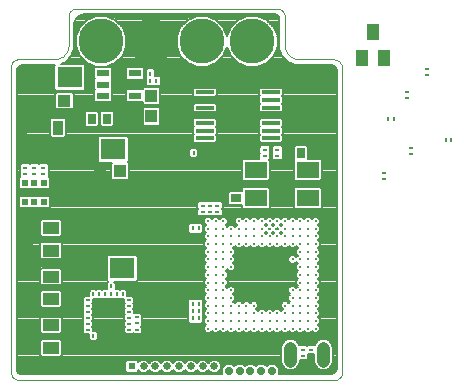
<source format=gtl>
G75*
G70*
%OFA0B0*%
%FSLAX24Y24*%
%IPPOS*%
%LPD*%
%AMOC8*
5,1,8,0,0,1.08239X$1,22.5*
%
%ADD10C,0.0000*%
%ADD11R,0.0846X0.0709*%
%ADD12R,0.0433X0.0394*%
%ADD13R,0.0748X0.0551*%
%ADD14R,0.0354X0.0276*%
%ADD15R,0.0276X0.0354*%
%ADD16R,0.0169X0.0110*%
%ADD17R,0.0110X0.0169*%
%ADD18R,0.0551X0.0394*%
%ADD19R,0.0236X0.0236*%
%ADD20R,0.0079X0.0138*%
%ADD21R,0.0138X0.0079*%
%ADD22R,0.0610X0.0118*%
%ADD23C,0.0248*%
%ADD24R,0.0248X0.0248*%
%ADD25C,0.0420*%
%ADD26R,0.0138X0.0098*%
%ADD27R,0.0098X0.0138*%
%ADD28R,0.0433X0.0236*%
%ADD29R,0.0394X0.0433*%
%ADD30R,0.0335X0.0472*%
%ADD31C,0.0091*%
%ADD32C,0.0276*%
%ADD33R,0.0394X0.0551*%
%ADD34C,0.0070*%
%ADD35C,0.1500*%
%ADD36C,0.0140*%
D10*
X000940Y000760D02*
X011500Y000760D01*
X011529Y000762D01*
X011557Y000767D01*
X011585Y000776D01*
X011612Y000787D01*
X011636Y000802D01*
X011659Y000820D01*
X011680Y000841D01*
X011698Y000864D01*
X011713Y000888D01*
X011724Y000915D01*
X011733Y000943D01*
X011738Y000971D01*
X011740Y001000D01*
X011740Y011140D01*
X011738Y011174D01*
X011732Y011207D01*
X011723Y011239D01*
X011710Y011270D01*
X011694Y011300D01*
X011675Y011327D01*
X011652Y011352D01*
X011627Y011375D01*
X011600Y011394D01*
X011570Y011410D01*
X011539Y011423D01*
X011507Y011432D01*
X011474Y011438D01*
X011440Y011440D01*
X010300Y011440D01*
X010258Y011442D01*
X010217Y011447D01*
X010176Y011456D01*
X010136Y011469D01*
X010097Y011485D01*
X010060Y011504D01*
X010025Y011527D01*
X009991Y011552D01*
X009961Y011581D01*
X009932Y011611D01*
X009907Y011645D01*
X009884Y011680D01*
X009865Y011717D01*
X009849Y011756D01*
X009836Y011796D01*
X009827Y011837D01*
X009822Y011878D01*
X009820Y011920D01*
X009820Y012880D01*
X009818Y012909D01*
X009813Y012937D01*
X009804Y012965D01*
X009793Y012992D01*
X009778Y013016D01*
X009760Y013039D01*
X009739Y013060D01*
X009716Y013078D01*
X009692Y013093D01*
X009665Y013104D01*
X009637Y013113D01*
X009609Y013118D01*
X009580Y013120D01*
X002860Y013120D01*
X002831Y013118D01*
X002803Y013113D01*
X002775Y013104D01*
X002748Y013093D01*
X002724Y013078D01*
X002701Y013060D01*
X002680Y013039D01*
X002662Y013016D01*
X002647Y012992D01*
X002636Y012965D01*
X002627Y012937D01*
X002622Y012909D01*
X002620Y012880D01*
X002620Y011920D01*
X002618Y011878D01*
X002613Y011837D01*
X002604Y011796D01*
X002591Y011756D01*
X002575Y011717D01*
X002556Y011680D01*
X002533Y011645D01*
X002508Y011611D01*
X002479Y011581D01*
X002449Y011552D01*
X002415Y011527D01*
X002380Y011504D01*
X002343Y011485D01*
X002304Y011469D01*
X002264Y011456D01*
X002223Y011447D01*
X002182Y011442D01*
X002140Y011440D01*
X000940Y011440D01*
X000911Y011438D01*
X000883Y011433D01*
X000855Y011424D01*
X000828Y011413D01*
X000804Y011398D01*
X000781Y011380D01*
X000760Y011359D01*
X000742Y011336D01*
X000727Y011312D01*
X000716Y011285D01*
X000707Y011257D01*
X000702Y011229D01*
X000700Y011200D01*
X000700Y001000D01*
X000702Y000971D01*
X000707Y000943D01*
X000716Y000915D01*
X000727Y000888D01*
X000742Y000864D01*
X000760Y000841D01*
X000781Y000820D01*
X000804Y000802D01*
X000828Y000787D01*
X000855Y000776D01*
X000883Y000767D01*
X000911Y000762D01*
X000940Y000760D01*
D11*
X003121Y004480D03*
X004400Y004480D03*
X004100Y008440D03*
X002821Y008440D03*
X002660Y010840D03*
X001381Y010840D03*
D12*
X001806Y010060D03*
X002475Y010060D03*
X003666Y007720D03*
X004335Y007720D03*
D13*
X008852Y007755D03*
X008852Y006810D03*
X010584Y006810D03*
X010584Y007755D03*
D14*
X008200Y007316D03*
X008200Y006804D03*
D15*
X010362Y008313D03*
X010874Y008313D03*
X003896Y009460D03*
X003384Y009460D03*
D16*
X001780Y007820D03*
X001480Y007820D03*
X001480Y007620D03*
X001780Y007620D03*
X001180Y007620D03*
X001180Y007820D03*
X007091Y006563D03*
X007091Y006362D03*
X007331Y006362D03*
X007331Y006563D03*
X007571Y006563D03*
X007571Y006362D03*
X009160Y008220D03*
X009160Y008420D03*
X009580Y008420D03*
X009580Y008220D03*
X013120Y007640D03*
X013120Y007440D03*
X014020Y008280D03*
X014020Y008480D03*
X010691Y001763D03*
X010691Y001562D03*
X010420Y001560D03*
X010420Y001760D03*
D17*
X006951Y002802D03*
X006751Y002802D03*
X006751Y003042D03*
X006751Y003282D03*
X006951Y003282D03*
X006951Y003042D03*
X006951Y005802D03*
X006751Y005802D03*
X013260Y009460D03*
X013461Y009460D03*
X005541Y010720D03*
X005541Y010960D03*
X005340Y010960D03*
X005340Y010720D03*
D18*
X002033Y005814D03*
X002033Y005066D03*
X001167Y005440D03*
X002033Y004194D03*
X002033Y003446D03*
X001167Y003820D03*
X002033Y002574D03*
X001167Y002200D03*
X002033Y001826D03*
D19*
X001795Y006685D03*
X001480Y006685D03*
X001165Y006685D03*
X001165Y007315D03*
X001480Y007315D03*
X001795Y007315D03*
D20*
X003448Y003609D03*
X003645Y003609D03*
X003842Y003609D03*
X004039Y003609D03*
X004236Y003609D03*
X004432Y003609D03*
X004432Y002231D03*
X004236Y002231D03*
X004039Y002231D03*
X003842Y002231D03*
X003645Y002231D03*
X003448Y002231D03*
D21*
X003251Y002428D03*
X003251Y002625D03*
X003251Y002822D03*
X003251Y003018D03*
X003251Y003215D03*
X003251Y003412D03*
X004629Y003412D03*
X004629Y003215D03*
X004629Y003018D03*
X004629Y002822D03*
X004629Y002625D03*
X004629Y002428D03*
D22*
X007154Y008809D03*
X007154Y009065D03*
X007154Y009320D03*
X007154Y009576D03*
X007154Y009832D03*
X007154Y010088D03*
X007154Y010344D03*
X009359Y010344D03*
X009359Y010088D03*
X009359Y009832D03*
X009359Y009576D03*
X009359Y009320D03*
X009359Y009065D03*
X009359Y008809D03*
D23*
X007478Y001210D03*
X007085Y001210D03*
X006691Y001210D03*
X006297Y001210D03*
X005904Y001210D03*
X005510Y001210D03*
X005116Y001210D03*
D24*
X004722Y001210D03*
D25*
X010010Y001390D02*
X010010Y001810D01*
X011110Y001810D02*
X011110Y001390D01*
D26*
X004900Y002222D03*
X004900Y002418D03*
X004900Y002642D03*
X004900Y002838D03*
X013900Y010142D03*
X013900Y010338D03*
X014560Y010922D03*
X014560Y011118D03*
D27*
X015182Y008740D03*
X015379Y008740D03*
X006979Y008320D03*
X006782Y008320D03*
X004039Y003880D03*
X003842Y003880D03*
D28*
X003769Y010226D03*
X003769Y010600D03*
X003769Y010974D03*
X004832Y010974D03*
X004832Y010600D03*
X004832Y010226D03*
D29*
X005380Y010215D03*
X005380Y009545D03*
D30*
X002261Y009160D03*
X001060Y009160D03*
D31*
X007267Y006047D03*
X007267Y005791D03*
X007267Y005535D03*
X007267Y005280D03*
X007267Y005024D03*
X007523Y005024D03*
X007523Y005280D03*
X007779Y005280D03*
X007779Y005024D03*
X008035Y005024D03*
X008035Y005280D03*
X008291Y005280D03*
X008547Y005280D03*
X008547Y005535D03*
X008291Y005535D03*
X008035Y005535D03*
X007779Y005535D03*
X007523Y005535D03*
X007523Y005791D03*
X007779Y005791D03*
X008035Y005791D03*
X008291Y005791D03*
X008547Y005791D03*
X008803Y005791D03*
X009059Y005791D03*
X009315Y005791D03*
X009570Y005791D03*
X009570Y005535D03*
X009315Y005535D03*
X009315Y005280D03*
X009570Y005280D03*
X009826Y005280D03*
X010082Y005280D03*
X010082Y005024D03*
X010338Y005024D03*
X010338Y005280D03*
X010594Y005280D03*
X010850Y005280D03*
X010850Y005024D03*
X010594Y005024D03*
X010594Y004768D03*
X010338Y004768D03*
X010082Y004768D03*
X010082Y004512D03*
X010082Y004256D03*
X010082Y004000D03*
X010082Y003744D03*
X010082Y003488D03*
X010082Y003232D03*
X009826Y003232D03*
X009570Y003232D03*
X009315Y003232D03*
X009315Y002976D03*
X009570Y002976D03*
X009570Y002720D03*
X009315Y002720D03*
X009315Y002465D03*
X009570Y002465D03*
X009826Y002465D03*
X010082Y002465D03*
X010082Y002720D03*
X009826Y002720D03*
X009826Y002976D03*
X010082Y002976D03*
X010338Y002976D03*
X010594Y002976D03*
X010850Y002976D03*
X010850Y002720D03*
X010594Y002720D03*
X010338Y002720D03*
X010338Y002465D03*
X010594Y002465D03*
X010850Y002465D03*
X010850Y003232D03*
X010594Y003232D03*
X010338Y003232D03*
X010338Y003488D03*
X010594Y003488D03*
X010850Y003488D03*
X010850Y003744D03*
X010594Y003744D03*
X010338Y003744D03*
X010338Y004000D03*
X010594Y004000D03*
X010850Y004000D03*
X010850Y004256D03*
X010594Y004256D03*
X010338Y004256D03*
X010338Y004512D03*
X010594Y004512D03*
X010850Y004512D03*
X010850Y004768D03*
X010850Y005535D03*
X010594Y005535D03*
X010338Y005535D03*
X010082Y005535D03*
X009826Y005535D03*
X009826Y005791D03*
X010082Y005791D03*
X010338Y005791D03*
X010594Y005791D03*
X010850Y005791D03*
X010850Y006047D03*
X010594Y006047D03*
X010338Y006047D03*
X010082Y006047D03*
X009826Y006047D03*
X009570Y006047D03*
X009315Y006047D03*
X009059Y006047D03*
X008803Y006047D03*
X008547Y006047D03*
X008291Y006047D03*
X008035Y006047D03*
X007779Y006047D03*
X007523Y006047D03*
X008803Y005535D03*
X009059Y005535D03*
X009059Y005280D03*
X008803Y005280D03*
X008803Y004768D03*
X009059Y004768D03*
X009315Y004768D03*
X009570Y004768D03*
X009570Y004512D03*
X009315Y004512D03*
X009315Y004256D03*
X009570Y004256D03*
X009570Y004000D03*
X009315Y004000D03*
X009315Y003744D03*
X009570Y003744D03*
X009059Y003744D03*
X008803Y003744D03*
X008803Y004000D03*
X009059Y004000D03*
X009059Y004256D03*
X008803Y004256D03*
X008803Y004512D03*
X009059Y004512D03*
X008547Y004512D03*
X008547Y004768D03*
X008035Y004768D03*
X007779Y004768D03*
X007523Y004768D03*
X007267Y004768D03*
X007267Y004512D03*
X007267Y004256D03*
X007267Y004000D03*
X007267Y003744D03*
X007267Y003488D03*
X007267Y003232D03*
X007267Y002976D03*
X007267Y002720D03*
X007267Y002465D03*
X007523Y002465D03*
X007779Y002465D03*
X007779Y002720D03*
X007523Y002720D03*
X007523Y002976D03*
X007779Y002976D03*
X008035Y002976D03*
X008291Y002976D03*
X008547Y002976D03*
X008547Y002720D03*
X008291Y002720D03*
X008035Y002720D03*
X008035Y002465D03*
X008291Y002465D03*
X008547Y002465D03*
X008803Y002465D03*
X009059Y002465D03*
X009059Y002720D03*
X008803Y002720D03*
X008803Y002976D03*
X009059Y002976D03*
X009059Y003232D03*
X008803Y003232D03*
X008547Y003232D03*
X008291Y003232D03*
X008035Y003232D03*
X007779Y003232D03*
X007523Y003232D03*
X007523Y003488D03*
X007779Y003488D03*
X008035Y003488D03*
X008035Y003744D03*
X007779Y003744D03*
X007523Y003744D03*
X007523Y004000D03*
X007779Y004000D03*
X007779Y004256D03*
X007523Y004256D03*
X007523Y004512D03*
X007779Y004512D03*
X008035Y004512D03*
X008035Y004256D03*
X008035Y004000D03*
X008547Y004000D03*
X008547Y003744D03*
X008547Y004256D03*
D32*
X008680Y001060D03*
X008320Y001060D03*
X007960Y001060D03*
X009040Y001060D03*
X009400Y001060D03*
D33*
X012386Y011487D03*
X013134Y011487D03*
X012760Y012353D03*
D34*
X011454Y011220D02*
X011412Y011242D01*
X011368Y011255D01*
X010168Y011255D01*
X009924Y011356D01*
X009924Y011356D01*
X009924Y011356D01*
X009737Y011543D01*
X009635Y011788D01*
X009635Y012801D01*
X009623Y012838D01*
X009601Y012872D01*
X009573Y012901D01*
X009538Y012922D01*
X009502Y012935D01*
X003110Y012935D01*
X003090Y012933D01*
X003023Y012913D01*
X002960Y012879D01*
X002906Y012835D01*
X002861Y012780D01*
X002828Y012718D01*
X002807Y012650D01*
X002805Y012631D01*
X003096Y012631D01*
X003028Y012563D02*
X002805Y012563D01*
X002805Y012631D02*
X002805Y011788D01*
X002704Y011543D01*
X002704Y011543D01*
X002517Y011356D01*
X002517Y011356D01*
X002356Y011289D01*
X003123Y011289D01*
X003178Y011234D01*
X003178Y010446D01*
X003123Y010391D01*
X002198Y010391D01*
X002142Y010446D01*
X002142Y011234D01*
X002163Y011255D01*
X001072Y011255D01*
X001029Y011242D01*
X000987Y011220D01*
X000951Y011190D01*
X000921Y011153D01*
X000899Y011112D01*
X000885Y011068D01*
X000885Y001079D01*
X000898Y001042D01*
X000920Y001008D01*
X000948Y000979D01*
X000982Y000958D01*
X001019Y000945D01*
X007746Y000945D01*
X007728Y000964D01*
X007728Y001156D01*
X007864Y001293D01*
X008057Y001293D01*
X008140Y001209D01*
X008224Y001293D01*
X008417Y001293D01*
X008500Y001209D01*
X008584Y001293D01*
X008777Y001293D01*
X008860Y001209D01*
X008944Y001293D01*
X009137Y001293D01*
X009220Y001209D01*
X009304Y001293D01*
X009497Y001293D01*
X009633Y001156D01*
X009633Y000964D01*
X009615Y000945D01*
X011368Y000945D01*
X011412Y000958D01*
X011454Y000980D01*
X011490Y001010D01*
X011520Y001047D01*
X011542Y001088D01*
X011555Y001132D01*
X011555Y011068D01*
X011542Y011112D01*
X011520Y011153D01*
X011490Y011190D01*
X011454Y011220D01*
X011487Y011193D02*
X003178Y011193D01*
X003178Y011124D02*
X003457Y011124D01*
X003457Y011131D02*
X003457Y010817D01*
X003487Y010787D01*
X003457Y010757D01*
X003457Y010443D01*
X003487Y010413D01*
X003457Y010383D01*
X003457Y010069D01*
X003513Y010013D01*
X004025Y010013D01*
X004080Y010069D01*
X004080Y010383D01*
X004051Y010413D01*
X004080Y010443D01*
X004080Y010757D01*
X004051Y010787D01*
X004080Y010817D01*
X004080Y011131D01*
X004025Y011187D01*
X003513Y011187D01*
X003457Y011131D01*
X003457Y011056D02*
X003178Y011056D01*
X003178Y010987D02*
X003457Y010987D01*
X003457Y010919D02*
X003178Y010919D01*
X003178Y010850D02*
X003457Y010850D01*
X003481Y010782D02*
X003178Y010782D01*
X003178Y010713D02*
X003457Y010713D01*
X003457Y010645D02*
X003178Y010645D01*
X003178Y010576D02*
X003457Y010576D01*
X003457Y010508D02*
X003178Y010508D01*
X003171Y010439D02*
X003461Y010439D01*
X003457Y010371D02*
X000885Y010371D01*
X000885Y010439D02*
X002149Y010439D01*
X002142Y010508D02*
X000885Y010508D01*
X000885Y010576D02*
X002142Y010576D01*
X002142Y010645D02*
X000885Y010645D01*
X000885Y010713D02*
X002142Y010713D01*
X002142Y010782D02*
X000885Y010782D01*
X000885Y010850D02*
X002142Y010850D01*
X002142Y010919D02*
X000885Y010919D01*
X000885Y010987D02*
X002142Y010987D01*
X002142Y011056D02*
X000885Y011056D01*
X000905Y011124D02*
X002142Y011124D01*
X002142Y011193D02*
X000954Y011193D01*
X000885Y010302D02*
X002169Y010302D01*
X002163Y010296D02*
X002219Y010352D01*
X002731Y010352D01*
X002787Y010296D01*
X002787Y009824D01*
X002731Y009768D01*
X002219Y009768D01*
X002163Y009824D01*
X002163Y010296D01*
X002163Y010234D02*
X000885Y010234D01*
X000885Y010165D02*
X002163Y010165D01*
X002163Y010097D02*
X000885Y010097D01*
X000885Y010028D02*
X002163Y010028D01*
X002163Y009960D02*
X000885Y009960D01*
X000885Y009891D02*
X002163Y009891D01*
X002165Y009823D02*
X000885Y009823D01*
X000885Y009754D02*
X005089Y009754D01*
X005089Y009801D02*
X005089Y009289D01*
X005144Y009234D01*
X005617Y009234D01*
X005672Y009289D01*
X005672Y009801D01*
X005617Y009857D01*
X005144Y009857D01*
X005089Y009801D01*
X005110Y009823D02*
X002785Y009823D01*
X002787Y009891D02*
X006754Y009891D01*
X006754Y009931D02*
X006754Y009734D01*
X006810Y009678D01*
X007499Y009678D01*
X007554Y009734D01*
X007554Y009931D01*
X007499Y009986D01*
X006810Y009986D01*
X006754Y009931D01*
X006783Y009960D02*
X005672Y009960D01*
X005672Y009959D02*
X005672Y010471D01*
X005617Y010526D01*
X005144Y010526D01*
X005089Y010471D01*
X005089Y010438D01*
X005088Y010439D01*
X005089Y010439D01*
X005088Y010439D02*
X004576Y010439D01*
X004520Y010383D01*
X004520Y010069D01*
X004576Y010013D01*
X005088Y010013D01*
X005089Y010014D01*
X005089Y009959D01*
X005144Y009903D01*
X005617Y009903D01*
X005672Y009959D01*
X005672Y010028D02*
X008959Y010028D01*
X008959Y009990D02*
X008989Y009960D01*
X008959Y009931D01*
X008959Y009734D01*
X009015Y009678D01*
X009704Y009678D01*
X009759Y009734D01*
X009759Y009931D01*
X009730Y009960D01*
X009759Y009990D01*
X009759Y010187D01*
X009730Y010216D01*
X009759Y010246D01*
X009759Y010443D01*
X009704Y010498D01*
X009015Y010498D01*
X008959Y010443D01*
X008959Y010246D01*
X008989Y010216D01*
X008959Y010187D01*
X008959Y009990D01*
X008988Y009960D02*
X007526Y009960D01*
X007554Y009891D02*
X008959Y009891D01*
X008959Y009823D02*
X007554Y009823D01*
X007554Y009754D02*
X008959Y009754D01*
X009007Y009686D02*
X007506Y009686D01*
X007499Y009475D02*
X007554Y009419D01*
X007554Y009222D01*
X007525Y009193D01*
X007554Y009163D01*
X007554Y008966D01*
X007525Y008937D01*
X007554Y008907D01*
X007554Y008710D01*
X007499Y008655D01*
X006810Y008655D01*
X006754Y008710D01*
X006754Y008907D01*
X006784Y008937D01*
X006754Y008966D01*
X006754Y009163D01*
X006784Y009193D01*
X006754Y009222D01*
X006754Y009419D01*
X006810Y009475D01*
X007499Y009475D01*
X007554Y009412D02*
X008959Y009412D01*
X008959Y009419D02*
X008959Y009222D01*
X008989Y009193D01*
X008959Y009163D01*
X008959Y008966D01*
X008989Y008937D01*
X008959Y008907D01*
X008959Y008710D01*
X009015Y008655D01*
X009704Y008655D01*
X009759Y008710D01*
X009759Y008907D01*
X009730Y008937D01*
X009759Y008966D01*
X009759Y009163D01*
X009730Y009193D01*
X009759Y009222D01*
X009759Y009419D01*
X009704Y009475D01*
X009015Y009475D01*
X008959Y009419D01*
X008959Y009343D02*
X007554Y009343D01*
X007554Y009275D02*
X008959Y009275D01*
X008975Y009206D02*
X007538Y009206D01*
X007554Y009138D02*
X008959Y009138D01*
X008959Y009069D02*
X007554Y009069D01*
X007554Y009001D02*
X008959Y009001D01*
X008984Y008932D02*
X007530Y008932D01*
X007554Y008864D02*
X008959Y008864D01*
X008959Y008795D02*
X007554Y008795D01*
X007554Y008727D02*
X008959Y008727D01*
X009011Y008658D02*
X007502Y008658D01*
X006926Y008428D02*
X006926Y008212D01*
X006870Y008156D01*
X006693Y008156D01*
X006638Y008212D01*
X006638Y008428D01*
X006693Y008484D01*
X006870Y008484D01*
X006926Y008428D01*
X006902Y008453D02*
X008981Y008453D01*
X008981Y008515D02*
X008981Y008326D01*
X008987Y008320D01*
X008981Y008314D01*
X008981Y008125D01*
X008438Y008125D01*
X008383Y008070D01*
X008383Y007440D01*
X008438Y007384D01*
X009265Y007384D01*
X009321Y007440D01*
X009321Y008070D01*
X009303Y008088D01*
X009340Y008125D01*
X009340Y008314D01*
X009334Y008320D01*
X009340Y008326D01*
X009340Y008515D01*
X009284Y008571D01*
X009036Y008571D01*
X008981Y008515D01*
X008987Y008521D02*
X004618Y008521D01*
X004618Y008453D02*
X006662Y008453D01*
X006638Y008384D02*
X004618Y008384D01*
X004618Y008316D02*
X006638Y008316D01*
X006638Y008247D02*
X004618Y008247D01*
X004618Y008179D02*
X006671Y008179D01*
X006893Y008179D02*
X008981Y008179D01*
X008981Y008247D02*
X006926Y008247D01*
X006926Y008316D02*
X008982Y008316D01*
X008981Y008384D02*
X006926Y008384D01*
X006806Y008658D02*
X004618Y008658D01*
X004618Y008590D02*
X011555Y008590D01*
X011555Y008658D02*
X009707Y008658D01*
X009759Y008727D02*
X011555Y008727D01*
X011555Y008795D02*
X009759Y008795D01*
X009759Y008864D02*
X011555Y008864D01*
X011555Y008932D02*
X009734Y008932D01*
X009759Y009001D02*
X011555Y009001D01*
X011555Y009069D02*
X009759Y009069D01*
X009759Y009138D02*
X011555Y009138D01*
X011555Y009206D02*
X009743Y009206D01*
X009759Y009275D02*
X011555Y009275D01*
X011555Y009343D02*
X009759Y009343D01*
X009759Y009412D02*
X011555Y009412D01*
X011555Y009480D02*
X005672Y009480D01*
X005672Y009412D02*
X006754Y009412D01*
X006754Y009343D02*
X005672Y009343D01*
X005657Y009275D02*
X006754Y009275D01*
X006770Y009206D02*
X004092Y009206D01*
X004073Y009188D02*
X004129Y009243D01*
X004129Y009677D01*
X004073Y009732D01*
X003719Y009732D01*
X003663Y009677D01*
X003663Y009243D01*
X003719Y009188D01*
X004073Y009188D01*
X004129Y009275D02*
X005103Y009275D01*
X005089Y009343D02*
X004129Y009343D01*
X004129Y009412D02*
X005089Y009412D01*
X005089Y009480D02*
X004129Y009480D01*
X004129Y009549D02*
X005089Y009549D01*
X005089Y009617D02*
X004129Y009617D01*
X004120Y009686D02*
X005089Y009686D01*
X005089Y009960D02*
X002787Y009960D01*
X002787Y010028D02*
X003498Y010028D01*
X003457Y010097D02*
X002787Y010097D01*
X002787Y010165D02*
X003457Y010165D01*
X003457Y010234D02*
X002787Y010234D01*
X002781Y010302D02*
X003457Y010302D01*
X004080Y010302D02*
X004520Y010302D01*
X004520Y010234D02*
X004080Y010234D01*
X004080Y010165D02*
X004520Y010165D01*
X004520Y010097D02*
X004080Y010097D01*
X004040Y010028D02*
X004561Y010028D01*
X004520Y010371D02*
X004080Y010371D01*
X004077Y010439D02*
X004576Y010439D01*
X004576Y010761D02*
X005088Y010761D01*
X005143Y010817D01*
X005143Y011131D01*
X005088Y011187D01*
X004576Y011187D01*
X004520Y011131D01*
X004520Y010817D01*
X004576Y010761D01*
X004555Y010782D02*
X004056Y010782D01*
X004080Y010850D02*
X004520Y010850D01*
X004520Y010919D02*
X004080Y010919D01*
X004080Y010987D02*
X004520Y010987D01*
X004520Y011056D02*
X004080Y011056D01*
X004080Y011124D02*
X004520Y011124D01*
X004253Y011398D02*
X006507Y011398D01*
X006439Y011467D02*
X004322Y011467D01*
X004390Y011535D02*
X006370Y011535D01*
X006344Y011561D02*
X006582Y011324D01*
X006892Y011195D01*
X007228Y011195D01*
X007539Y011324D01*
X007777Y011561D01*
X007900Y011860D01*
X008024Y011561D01*
X008262Y011324D01*
X008572Y011195D01*
X008908Y011195D01*
X009219Y011324D01*
X009457Y011561D01*
X009585Y011872D01*
X009585Y012208D01*
X009457Y012519D01*
X009219Y012756D01*
X008908Y012885D01*
X008572Y012885D01*
X008262Y012756D01*
X008024Y012519D01*
X007900Y012220D01*
X007777Y012519D01*
X007539Y012756D01*
X007228Y012885D01*
X006892Y012885D01*
X006582Y012756D01*
X006344Y012519D01*
X006215Y012208D01*
X006215Y011872D01*
X006344Y011561D01*
X006327Y011604D02*
X004434Y011604D01*
X004417Y011561D02*
X004545Y011872D01*
X004545Y012208D01*
X004417Y012519D01*
X004179Y012756D01*
X003868Y012885D01*
X003532Y012885D01*
X003222Y012756D01*
X002984Y012519D01*
X002855Y012208D01*
X002855Y011872D01*
X002984Y011561D01*
X003222Y011324D01*
X003532Y011195D01*
X003868Y011195D01*
X004179Y011324D01*
X004417Y011561D01*
X004463Y011672D02*
X006298Y011672D01*
X006270Y011741D02*
X004491Y011741D01*
X004519Y011809D02*
X006241Y011809D01*
X006215Y011878D02*
X004545Y011878D01*
X004545Y011946D02*
X006215Y011946D01*
X006215Y012015D02*
X004545Y012015D01*
X004545Y012083D02*
X006215Y012083D01*
X006215Y012152D02*
X004545Y012152D01*
X004540Y012220D02*
X006220Y012220D01*
X006249Y012289D02*
X004512Y012289D01*
X004484Y012357D02*
X006277Y012357D01*
X006305Y012426D02*
X004455Y012426D01*
X004427Y012494D02*
X006334Y012494D01*
X006388Y012563D02*
X004373Y012563D01*
X004304Y012631D02*
X006456Y012631D01*
X006525Y012700D02*
X004236Y012700D01*
X004151Y012768D02*
X006610Y012768D01*
X006775Y012837D02*
X003985Y012837D01*
X003415Y012837D02*
X002908Y012837D01*
X002855Y012768D02*
X003250Y012768D01*
X003165Y012700D02*
X002822Y012700D01*
X003008Y012905D02*
X009566Y012905D01*
X009623Y012837D02*
X009025Y012837D01*
X009191Y012768D02*
X009635Y012768D01*
X009635Y012700D02*
X009276Y012700D01*
X009344Y012631D02*
X009635Y012631D01*
X009635Y012563D02*
X009413Y012563D01*
X009467Y012494D02*
X009635Y012494D01*
X009635Y012426D02*
X009495Y012426D01*
X009524Y012357D02*
X009635Y012357D01*
X009635Y012289D02*
X009552Y012289D01*
X009580Y012220D02*
X009635Y012220D01*
X009635Y012152D02*
X009585Y012152D01*
X009585Y012083D02*
X009635Y012083D01*
X009635Y012015D02*
X009585Y012015D01*
X009585Y011946D02*
X009635Y011946D01*
X009635Y011878D02*
X009585Y011878D01*
X009559Y011809D02*
X009635Y011809D01*
X009655Y011741D02*
X009531Y011741D01*
X009503Y011672D02*
X009683Y011672D01*
X009712Y011604D02*
X009474Y011604D01*
X009430Y011535D02*
X009745Y011535D01*
X009813Y011467D02*
X009362Y011467D01*
X009293Y011398D02*
X009882Y011398D01*
X009988Y011330D02*
X009225Y011330D01*
X009068Y011261D02*
X010154Y011261D01*
X009759Y010439D02*
X011555Y010439D01*
X011555Y010371D02*
X009759Y010371D01*
X009759Y010302D02*
X011555Y010302D01*
X011555Y010234D02*
X009747Y010234D01*
X009759Y010165D02*
X011555Y010165D01*
X011555Y010097D02*
X009759Y010097D01*
X009759Y010028D02*
X011555Y010028D01*
X011555Y009960D02*
X009730Y009960D01*
X009759Y009891D02*
X011555Y009891D01*
X011555Y009823D02*
X009759Y009823D01*
X009759Y009754D02*
X011555Y009754D01*
X011555Y009686D02*
X009711Y009686D01*
X008959Y010097D02*
X005672Y010097D01*
X005672Y010165D02*
X008959Y010165D01*
X008971Y010234D02*
X007542Y010234D01*
X007554Y010246D02*
X007554Y010443D01*
X007499Y010498D01*
X006810Y010498D01*
X006754Y010443D01*
X006754Y010246D01*
X006810Y010190D01*
X007499Y010190D01*
X007554Y010246D01*
X007554Y010302D02*
X008959Y010302D01*
X008959Y010371D02*
X007554Y010371D01*
X007554Y010439D02*
X008959Y010439D01*
X008413Y011261D02*
X007388Y011261D01*
X007545Y011330D02*
X008256Y011330D01*
X008187Y011398D02*
X007613Y011398D01*
X007682Y011467D02*
X008119Y011467D01*
X008050Y011535D02*
X007750Y011535D01*
X007794Y011604D02*
X008007Y011604D01*
X007978Y011672D02*
X007823Y011672D01*
X007851Y011741D02*
X007950Y011741D01*
X007921Y011809D02*
X007879Y011809D01*
X007872Y012289D02*
X007929Y012289D01*
X007957Y012357D02*
X007844Y012357D01*
X007815Y012426D02*
X007985Y012426D01*
X008014Y012494D02*
X007787Y012494D01*
X007733Y012563D02*
X008068Y012563D01*
X008136Y012631D02*
X007664Y012631D01*
X007596Y012700D02*
X008205Y012700D01*
X008290Y012768D02*
X007511Y012768D01*
X007345Y012837D02*
X008455Y012837D01*
X006733Y011261D02*
X004028Y011261D01*
X004185Y011330D02*
X006576Y011330D01*
X005691Y010844D02*
X005691Y010596D01*
X005635Y010540D01*
X005446Y010540D01*
X005440Y010546D01*
X005434Y010540D01*
X005245Y010540D01*
X005190Y010596D01*
X005190Y011084D01*
X005245Y011140D01*
X005434Y011140D01*
X005490Y011084D01*
X005490Y010900D01*
X005635Y010900D01*
X005691Y010844D01*
X005685Y010850D02*
X011555Y010850D01*
X011555Y010782D02*
X005691Y010782D01*
X005691Y010713D02*
X011555Y010713D01*
X011555Y010645D02*
X005691Y010645D01*
X005671Y010576D02*
X011555Y010576D01*
X011555Y010508D02*
X005635Y010508D01*
X005672Y010439D02*
X006754Y010439D01*
X006754Y010371D02*
X005672Y010371D01*
X005672Y010302D02*
X006754Y010302D01*
X006766Y010234D02*
X005672Y010234D01*
X005651Y009823D02*
X006754Y009823D01*
X006754Y009754D02*
X005672Y009754D01*
X005672Y009686D02*
X006803Y009686D01*
X006754Y009138D02*
X002523Y009138D01*
X002523Y009206D02*
X003189Y009206D01*
X003207Y009188D02*
X003152Y009243D01*
X003152Y009677D01*
X003207Y009732D01*
X003562Y009732D01*
X003617Y009677D01*
X003617Y009243D01*
X003562Y009188D01*
X003207Y009188D01*
X003152Y009275D02*
X002523Y009275D01*
X002523Y009343D02*
X003152Y009343D01*
X003152Y009412D02*
X002523Y009412D01*
X002523Y009436D02*
X002467Y009491D01*
X002054Y009491D01*
X001998Y009436D01*
X001998Y008884D01*
X002054Y008829D01*
X002467Y008829D01*
X002523Y008884D01*
X002523Y009436D01*
X002479Y009480D02*
X003152Y009480D01*
X003152Y009549D02*
X000885Y009549D01*
X000885Y009617D02*
X003152Y009617D01*
X003161Y009686D02*
X000885Y009686D01*
X000885Y009480D02*
X002043Y009480D01*
X001998Y009412D02*
X000885Y009412D01*
X000885Y009343D02*
X001998Y009343D01*
X001998Y009275D02*
X000885Y009275D01*
X000885Y009206D02*
X001998Y009206D01*
X001998Y009138D02*
X000885Y009138D01*
X000885Y009069D02*
X001998Y009069D01*
X001998Y009001D02*
X000885Y009001D01*
X000885Y008932D02*
X001998Y008932D01*
X002019Y008864D02*
X000885Y008864D01*
X000885Y008795D02*
X003582Y008795D01*
X003582Y008834D02*
X003582Y008046D01*
X003638Y007991D01*
X004058Y007991D01*
X004023Y007956D01*
X004023Y007484D01*
X004079Y007428D01*
X004591Y007428D01*
X004647Y007484D01*
X004647Y007956D01*
X004591Y008012D01*
X004584Y008012D01*
X004618Y008046D01*
X004618Y008834D01*
X004563Y008889D01*
X003638Y008889D01*
X003582Y008834D01*
X003612Y008864D02*
X002502Y008864D01*
X002523Y008932D02*
X006779Y008932D01*
X006754Y008864D02*
X004589Y008864D01*
X004618Y008795D02*
X006754Y008795D01*
X006754Y008727D02*
X004618Y008727D01*
X004618Y008110D02*
X008423Y008110D01*
X008383Y008042D02*
X004614Y008042D01*
X004630Y007973D02*
X008383Y007973D01*
X008383Y007905D02*
X004647Y007905D01*
X004647Y007836D02*
X008383Y007836D01*
X008383Y007768D02*
X004647Y007768D01*
X004647Y007699D02*
X008383Y007699D01*
X008383Y007631D02*
X004647Y007631D01*
X004647Y007562D02*
X008383Y007562D01*
X008383Y007494D02*
X004647Y007494D01*
X004023Y007494D02*
X001987Y007494D01*
X002008Y007472D02*
X001958Y007523D01*
X001960Y007525D01*
X001960Y007714D01*
X001954Y007720D01*
X001960Y007726D01*
X001960Y007915D01*
X001904Y007971D01*
X001656Y007971D01*
X001630Y007945D01*
X001604Y007971D01*
X001356Y007971D01*
X001330Y007945D01*
X001304Y007971D01*
X001056Y007971D01*
X001001Y007915D01*
X001001Y007726D01*
X001007Y007720D01*
X001001Y007714D01*
X001001Y007525D01*
X001003Y007523D01*
X000952Y007472D01*
X000952Y007157D01*
X001008Y007102D01*
X001323Y007102D01*
X001323Y007102D01*
X001323Y007102D01*
X001638Y007102D01*
X001953Y007102D01*
X002008Y007157D01*
X002008Y007472D01*
X002008Y007425D02*
X008398Y007425D01*
X008438Y007181D02*
X008383Y007125D01*
X008383Y007037D01*
X007984Y007037D01*
X007928Y006981D01*
X007928Y006627D01*
X007984Y006571D01*
X008383Y006571D01*
X008383Y006495D01*
X008438Y006439D01*
X009265Y006439D01*
X009321Y006495D01*
X009321Y007125D01*
X009265Y007181D01*
X008438Y007181D01*
X008409Y007151D02*
X002002Y007151D01*
X002008Y007220D02*
X011555Y007220D01*
X011555Y007288D02*
X002008Y007288D01*
X002008Y007357D02*
X011555Y007357D01*
X011555Y007425D02*
X011038Y007425D01*
X011053Y007440D02*
X010997Y007384D01*
X010171Y007384D01*
X010115Y007440D01*
X010115Y008070D01*
X010135Y008090D01*
X010129Y008096D01*
X010129Y008529D01*
X010185Y008585D01*
X010539Y008585D01*
X010595Y008529D01*
X010595Y008125D01*
X010997Y008125D01*
X011053Y008070D01*
X011053Y007440D01*
X011053Y007494D02*
X011555Y007494D01*
X011555Y007562D02*
X011053Y007562D01*
X011053Y007631D02*
X011555Y007631D01*
X011555Y007699D02*
X011053Y007699D01*
X011053Y007768D02*
X011555Y007768D01*
X011555Y007836D02*
X011053Y007836D01*
X011053Y007905D02*
X011555Y007905D01*
X011555Y007973D02*
X011053Y007973D01*
X011053Y008042D02*
X011555Y008042D01*
X011555Y008110D02*
X011013Y008110D01*
X010595Y008179D02*
X011555Y008179D01*
X011555Y008247D02*
X010595Y008247D01*
X010595Y008316D02*
X011555Y008316D01*
X011555Y008384D02*
X010595Y008384D01*
X010595Y008453D02*
X011555Y008453D01*
X011555Y008521D02*
X010595Y008521D01*
X010129Y008521D02*
X009754Y008521D01*
X009760Y008515D02*
X009704Y008571D01*
X009456Y008571D01*
X009401Y008515D01*
X009401Y008326D01*
X009407Y008320D01*
X009401Y008314D01*
X009401Y008125D01*
X009456Y008069D01*
X009704Y008069D01*
X009760Y008125D01*
X009760Y008314D01*
X009754Y008320D01*
X009760Y008326D01*
X009760Y008515D01*
X009760Y008453D02*
X010129Y008453D01*
X010129Y008384D02*
X009760Y008384D01*
X009759Y008316D02*
X010129Y008316D01*
X010129Y008247D02*
X009760Y008247D01*
X009760Y008179D02*
X010129Y008179D01*
X010129Y008110D02*
X009745Y008110D01*
X009416Y008110D02*
X009325Y008110D01*
X009321Y008042D02*
X010115Y008042D01*
X010115Y007973D02*
X009321Y007973D01*
X009321Y007905D02*
X010115Y007905D01*
X010115Y007836D02*
X009321Y007836D01*
X009321Y007768D02*
X010115Y007768D01*
X010115Y007699D02*
X009321Y007699D01*
X009321Y007631D02*
X010115Y007631D01*
X010115Y007562D02*
X009321Y007562D01*
X009321Y007494D02*
X010115Y007494D01*
X010130Y007425D02*
X009306Y007425D01*
X009295Y007151D02*
X010141Y007151D01*
X010115Y007125D02*
X010115Y006495D01*
X010171Y006439D01*
X010997Y006439D01*
X011053Y006495D01*
X011053Y007125D01*
X010997Y007181D01*
X010171Y007181D01*
X010115Y007125D01*
X010115Y007083D02*
X009321Y007083D01*
X009321Y007014D02*
X010115Y007014D01*
X010115Y006946D02*
X009321Y006946D01*
X009321Y006877D02*
X010115Y006877D01*
X010115Y006809D02*
X009321Y006809D01*
X009321Y006740D02*
X010115Y006740D01*
X010115Y006672D02*
X009321Y006672D01*
X009321Y006603D02*
X010115Y006603D01*
X010115Y006535D02*
X009321Y006535D01*
X009292Y006466D02*
X010144Y006466D01*
X010140Y006188D02*
X010024Y006188D01*
X009954Y006118D01*
X009884Y006188D01*
X009768Y006188D01*
X009698Y006118D01*
X009629Y006188D01*
X009512Y006188D01*
X009442Y006118D01*
X009373Y006188D01*
X009256Y006188D01*
X009187Y006118D01*
X009117Y006188D01*
X009001Y006188D01*
X008931Y006118D01*
X008861Y006188D01*
X008745Y006188D01*
X008675Y006118D01*
X008605Y006188D01*
X008489Y006188D01*
X008419Y006118D01*
X008349Y006188D01*
X008233Y006188D01*
X008151Y006105D01*
X008151Y005989D01*
X008220Y005919D01*
X008163Y005862D01*
X008093Y005932D01*
X007977Y005932D01*
X007907Y005862D01*
X007850Y005919D01*
X007919Y005989D01*
X007919Y006105D01*
X007837Y006188D01*
X007721Y006188D01*
X007651Y006118D01*
X007581Y006188D01*
X007465Y006188D01*
X007395Y006118D01*
X007325Y006188D01*
X007209Y006188D01*
X007127Y006105D01*
X007127Y005989D01*
X007197Y005919D01*
X007127Y005849D01*
X007127Y005733D01*
X007197Y005663D01*
X007127Y005594D01*
X007127Y005477D01*
X007197Y005407D01*
X007127Y005338D01*
X007127Y005221D01*
X007197Y005152D01*
X007127Y005082D01*
X007127Y004966D01*
X007197Y004896D01*
X007127Y004826D01*
X007127Y004710D01*
X007197Y004640D01*
X007127Y004570D01*
X007127Y004454D01*
X007197Y004384D01*
X007127Y004314D01*
X007127Y004198D01*
X007197Y004128D01*
X007127Y004058D01*
X007127Y003942D01*
X007197Y003872D01*
X007127Y003802D01*
X007127Y003686D01*
X007197Y003616D01*
X007127Y003546D01*
X007127Y003430D01*
X007197Y003360D01*
X007127Y003290D01*
X007127Y003174D01*
X007197Y003104D01*
X007127Y003034D01*
X007127Y002918D01*
X007197Y002848D01*
X007127Y002779D01*
X007127Y002662D01*
X007197Y002593D01*
X007127Y002523D01*
X007127Y002406D01*
X007209Y002324D01*
X007325Y002324D01*
X007395Y002394D01*
X007465Y002324D01*
X007581Y002324D01*
X007651Y002394D01*
X007721Y002324D01*
X007837Y002324D01*
X007907Y002394D01*
X007977Y002324D01*
X008093Y002324D01*
X008163Y002394D01*
X008233Y002324D01*
X008349Y002324D01*
X008419Y002394D01*
X008489Y002324D01*
X008605Y002324D01*
X008675Y002394D01*
X008745Y002324D01*
X008861Y002324D01*
X008931Y002394D01*
X009001Y002324D01*
X009117Y002324D01*
X009187Y002394D01*
X009256Y002324D01*
X009373Y002324D01*
X009442Y002394D01*
X009512Y002324D01*
X009629Y002324D01*
X009698Y002394D01*
X009768Y002324D01*
X009884Y002324D01*
X009954Y002394D01*
X010024Y002324D01*
X010140Y002324D01*
X010210Y002394D01*
X010280Y002324D01*
X010396Y002324D01*
X010466Y002394D01*
X010536Y002324D01*
X010652Y002324D01*
X010722Y002394D01*
X010792Y002324D01*
X010908Y002324D01*
X010990Y002406D01*
X010990Y002523D01*
X010920Y002593D01*
X010990Y002662D01*
X010990Y002779D01*
X010920Y002848D01*
X010990Y002918D01*
X010990Y003034D01*
X010920Y003104D01*
X010990Y003174D01*
X010990Y003290D01*
X010920Y003360D01*
X010990Y003430D01*
X010990Y003546D01*
X010920Y003616D01*
X010990Y003686D01*
X010990Y003802D01*
X010920Y003872D01*
X010990Y003942D01*
X010990Y004058D01*
X010920Y004128D01*
X010990Y004198D01*
X010990Y004314D01*
X010920Y004384D01*
X010990Y004454D01*
X010990Y004570D01*
X010920Y004640D01*
X010990Y004710D01*
X010990Y004826D01*
X010920Y004896D01*
X010990Y004966D01*
X010990Y005082D01*
X010920Y005152D01*
X010990Y005221D01*
X010990Y005338D01*
X010920Y005407D01*
X010990Y005477D01*
X010990Y005594D01*
X010920Y005663D01*
X010990Y005733D01*
X010990Y005849D01*
X010920Y005919D01*
X010990Y005989D01*
X010990Y006105D01*
X010908Y006188D01*
X010792Y006188D01*
X010722Y006118D01*
X010652Y006188D01*
X010536Y006188D01*
X010466Y006118D01*
X010396Y006188D01*
X010280Y006188D01*
X010210Y006118D01*
X010140Y006188D01*
X010204Y006124D02*
X010216Y006124D01*
X010460Y006124D02*
X010472Y006124D01*
X010716Y006124D02*
X010728Y006124D01*
X010972Y006124D02*
X011555Y006124D01*
X011555Y006192D02*
X000885Y006192D01*
X000885Y006124D02*
X007145Y006124D01*
X007127Y006055D02*
X002399Y006055D01*
X002404Y006050D02*
X002348Y006106D01*
X001718Y006106D01*
X001663Y006050D01*
X001663Y005578D01*
X001718Y005522D01*
X002348Y005522D01*
X002404Y005578D01*
X002404Y006050D01*
X002404Y005987D02*
X007130Y005987D01*
X007101Y005926D02*
X007046Y005982D01*
X006857Y005982D01*
X006851Y005976D01*
X006845Y005982D01*
X006656Y005982D01*
X006600Y005926D01*
X006600Y005678D01*
X006656Y005623D01*
X006845Y005623D01*
X006851Y005629D01*
X006857Y005623D01*
X007046Y005623D01*
X007101Y005678D01*
X007101Y005926D01*
X007101Y005918D02*
X007196Y005918D01*
X007127Y005850D02*
X007101Y005850D01*
X007101Y005781D02*
X007127Y005781D01*
X007148Y005713D02*
X007101Y005713D01*
X007067Y005644D02*
X007177Y005644D01*
X007127Y005576D02*
X002402Y005576D01*
X002404Y005644D02*
X006635Y005644D01*
X006600Y005713D02*
X002404Y005713D01*
X002404Y005781D02*
X006600Y005781D01*
X006600Y005850D02*
X002404Y005850D01*
X002404Y005918D02*
X006600Y005918D01*
X006911Y006267D02*
X006967Y006212D01*
X007695Y006212D01*
X007751Y006267D01*
X007751Y006456D01*
X007745Y006462D01*
X007751Y006468D01*
X007751Y006657D01*
X007695Y006713D01*
X006967Y006713D01*
X006911Y006657D01*
X006911Y006468D01*
X006917Y006462D01*
X006911Y006456D01*
X006911Y006267D01*
X006918Y006261D02*
X000885Y006261D01*
X000885Y006329D02*
X006911Y006329D01*
X006911Y006398D02*
X000885Y006398D01*
X000885Y006466D02*
X006914Y006466D01*
X006911Y006535D02*
X002008Y006535D01*
X002008Y006528D02*
X002008Y006843D01*
X001953Y006898D01*
X001638Y006898D01*
X001638Y006898D01*
X001638Y006898D01*
X001323Y006898D01*
X001323Y006898D01*
X001323Y006898D01*
X001008Y006898D01*
X000952Y006843D01*
X000952Y006528D01*
X001008Y006472D01*
X001323Y006472D01*
X001638Y006472D01*
X001953Y006472D01*
X002008Y006528D01*
X002008Y006603D02*
X006911Y006603D01*
X006926Y006672D02*
X002008Y006672D01*
X002008Y006740D02*
X007928Y006740D01*
X007928Y006672D02*
X007736Y006672D01*
X007751Y006603D02*
X007952Y006603D01*
X007751Y006535D02*
X008383Y006535D01*
X008412Y006466D02*
X007748Y006466D01*
X007751Y006398D02*
X011555Y006398D01*
X011555Y006466D02*
X011024Y006466D01*
X011053Y006535D02*
X011555Y006535D01*
X011555Y006603D02*
X011053Y006603D01*
X011053Y006672D02*
X011555Y006672D01*
X011555Y006740D02*
X011053Y006740D01*
X011053Y006809D02*
X011555Y006809D01*
X011555Y006877D02*
X011053Y006877D01*
X011053Y006946D02*
X011555Y006946D01*
X011555Y007014D02*
X011053Y007014D01*
X011053Y007083D02*
X011555Y007083D01*
X011555Y007151D02*
X011027Y007151D01*
X011555Y006329D02*
X007751Y006329D01*
X007744Y006261D02*
X011555Y006261D01*
X011555Y006055D02*
X010990Y006055D01*
X010988Y005987D02*
X011555Y005987D01*
X011555Y005918D02*
X010922Y005918D01*
X010990Y005850D02*
X011555Y005850D01*
X011555Y005781D02*
X010990Y005781D01*
X010970Y005713D02*
X011555Y005713D01*
X011555Y005644D02*
X010940Y005644D01*
X010990Y005576D02*
X011555Y005576D01*
X011555Y005507D02*
X010990Y005507D01*
X010951Y005439D02*
X011555Y005439D01*
X011555Y005370D02*
X010958Y005370D01*
X010990Y005302D02*
X011555Y005302D01*
X011555Y005233D02*
X010990Y005233D01*
X010933Y005165D02*
X011555Y005165D01*
X011555Y005096D02*
X010976Y005096D01*
X010990Y005028D02*
X011555Y005028D01*
X011555Y004959D02*
X010984Y004959D01*
X010926Y004891D02*
X011555Y004891D01*
X011555Y004822D02*
X010990Y004822D01*
X010990Y004754D02*
X011555Y004754D01*
X011555Y004685D02*
X010966Y004685D01*
X010944Y004617D02*
X011555Y004617D01*
X011555Y004548D02*
X010990Y004548D01*
X010990Y004480D02*
X011555Y004480D01*
X011555Y004411D02*
X010948Y004411D01*
X010962Y004343D02*
X011555Y004343D01*
X011555Y004274D02*
X010990Y004274D01*
X010990Y004206D02*
X011555Y004206D01*
X011555Y004137D02*
X010929Y004137D01*
X010980Y004069D02*
X011555Y004069D01*
X011555Y004000D02*
X010990Y004000D01*
X010980Y003931D02*
X011555Y003931D01*
X011555Y003863D02*
X010929Y003863D01*
X010990Y003794D02*
X011555Y003794D01*
X011555Y003726D02*
X010990Y003726D01*
X010962Y003657D02*
X011555Y003657D01*
X011555Y003589D02*
X010948Y003589D01*
X010990Y003520D02*
X011555Y003520D01*
X011555Y003452D02*
X010990Y003452D01*
X010944Y003383D02*
X011555Y003383D01*
X011555Y003315D02*
X010966Y003315D01*
X010990Y003246D02*
X011555Y003246D01*
X011555Y003178D02*
X010990Y003178D01*
X010926Y003109D02*
X011555Y003109D01*
X011555Y003041D02*
X010984Y003041D01*
X010990Y002972D02*
X011555Y002972D01*
X011555Y002904D02*
X010976Y002904D01*
X010933Y002835D02*
X011555Y002835D01*
X011555Y002767D02*
X010990Y002767D01*
X010990Y002698D02*
X011555Y002698D01*
X011555Y002630D02*
X010958Y002630D01*
X010951Y002561D02*
X011555Y002561D01*
X011555Y002493D02*
X010990Y002493D01*
X010990Y002424D02*
X011555Y002424D01*
X011555Y002356D02*
X010940Y002356D01*
X010760Y002356D02*
X010684Y002356D01*
X010504Y002356D02*
X010428Y002356D01*
X010248Y002356D02*
X010172Y002356D01*
X009992Y002356D02*
X009916Y002356D01*
X009737Y002356D02*
X009660Y002356D01*
X009481Y002356D02*
X009404Y002356D01*
X009225Y002356D02*
X009148Y002356D01*
X008969Y002356D02*
X008893Y002356D01*
X008713Y002356D02*
X008637Y002356D01*
X008457Y002356D02*
X008381Y002356D01*
X008201Y002356D02*
X008125Y002356D01*
X007945Y002356D02*
X007869Y002356D01*
X007689Y002356D02*
X007613Y002356D01*
X007433Y002356D02*
X007357Y002356D01*
X007177Y002356D02*
X005064Y002356D01*
X005064Y002330D02*
X005064Y002507D01*
X005041Y002530D01*
X005064Y002553D01*
X005064Y002730D01*
X005054Y002740D01*
X005064Y002750D01*
X005064Y002927D01*
X005009Y002983D01*
X004793Y002983D01*
X004793Y003097D01*
X004774Y003117D01*
X004793Y003137D01*
X004793Y003294D01*
X004774Y003314D01*
X004793Y003333D01*
X004793Y003491D01*
X004738Y003546D01*
X004567Y003546D01*
X004567Y003717D01*
X004511Y003773D01*
X004354Y003773D01*
X004334Y003753D01*
X004314Y003773D01*
X004183Y003773D01*
X004183Y003988D01*
X004141Y004031D01*
X004863Y004031D01*
X004918Y004086D01*
X004918Y004874D01*
X004863Y004929D01*
X003938Y004929D01*
X003882Y004874D01*
X003882Y004086D01*
X003937Y004031D01*
X003895Y003988D01*
X003895Y003773D01*
X003763Y003773D01*
X003744Y003753D01*
X003724Y003773D01*
X003566Y003773D01*
X003547Y003753D01*
X003527Y003773D01*
X003370Y003773D01*
X003314Y003717D01*
X003314Y003546D01*
X003143Y003546D01*
X003087Y003491D01*
X003087Y003333D01*
X003107Y003314D01*
X003087Y003294D01*
X003087Y003137D01*
X003107Y003117D01*
X003087Y003097D01*
X003087Y002940D01*
X003107Y002920D01*
X003087Y002900D01*
X003087Y002743D01*
X003107Y002723D01*
X003087Y002703D01*
X003087Y002546D01*
X003107Y002526D01*
X003087Y002507D01*
X003087Y002349D01*
X003143Y002294D01*
X003314Y002294D01*
X003314Y002123D01*
X003370Y002067D01*
X003527Y002067D01*
X003583Y002123D01*
X003583Y002339D01*
X003527Y002395D01*
X003415Y002395D01*
X003415Y002507D01*
X003396Y002526D01*
X003415Y002546D01*
X003415Y002703D01*
X003396Y002723D01*
X003415Y002743D01*
X003415Y002900D01*
X003396Y002920D01*
X003415Y002940D01*
X003415Y003097D01*
X003396Y003117D01*
X003415Y003137D01*
X003415Y003294D01*
X003396Y003314D01*
X003415Y003333D01*
X003415Y003445D01*
X003527Y003445D01*
X003547Y003465D01*
X003566Y003445D01*
X003724Y003445D01*
X003744Y003465D01*
X003763Y003445D01*
X003921Y003445D01*
X003940Y003465D01*
X003960Y003445D01*
X004118Y003445D01*
X004137Y003465D01*
X004157Y003445D01*
X004314Y003445D01*
X004334Y003465D01*
X004354Y003445D01*
X004465Y003445D01*
X004465Y003333D01*
X004485Y003314D01*
X004465Y003294D01*
X004465Y003137D01*
X004485Y003117D01*
X004465Y003097D01*
X004465Y002940D01*
X004485Y002920D01*
X004465Y002900D01*
X004465Y002743D01*
X004485Y002723D01*
X004465Y002703D01*
X004465Y002546D01*
X004485Y002526D01*
X004465Y002507D01*
X004465Y002349D01*
X004521Y002294D01*
X004738Y002294D01*
X004755Y002311D01*
X004792Y002274D01*
X005009Y002274D01*
X005064Y002330D01*
X005022Y002287D02*
X011555Y002287D01*
X011555Y002219D02*
X003583Y002219D01*
X003583Y002287D02*
X004779Y002287D01*
X004465Y002356D02*
X003566Y002356D01*
X003415Y002424D02*
X004465Y002424D01*
X004465Y002493D02*
X003415Y002493D01*
X003415Y002561D02*
X004465Y002561D01*
X004465Y002630D02*
X003415Y002630D01*
X003415Y002698D02*
X004465Y002698D01*
X004465Y002767D02*
X003415Y002767D01*
X003415Y002835D02*
X004465Y002835D01*
X004469Y002904D02*
X003412Y002904D01*
X003415Y002972D02*
X004465Y002972D01*
X004465Y003041D02*
X003415Y003041D01*
X003403Y003109D02*
X004478Y003109D01*
X004465Y003178D02*
X003415Y003178D01*
X003415Y003246D02*
X004465Y003246D01*
X004484Y003315D02*
X003397Y003315D01*
X003415Y003383D02*
X004465Y003383D01*
X004347Y003452D02*
X004321Y003452D01*
X004150Y003452D02*
X004124Y003452D01*
X003953Y003452D02*
X003928Y003452D01*
X003756Y003452D02*
X003731Y003452D01*
X003559Y003452D02*
X003534Y003452D01*
X003314Y003589D02*
X002404Y003589D01*
X002404Y003657D02*
X003314Y003657D01*
X003323Y003726D02*
X002360Y003726D01*
X002348Y003738D02*
X002404Y003682D01*
X002404Y003210D01*
X002348Y003154D01*
X001718Y003154D01*
X001663Y003210D01*
X001663Y003682D01*
X001718Y003738D01*
X002348Y003738D01*
X002348Y003902D02*
X002404Y003958D01*
X002404Y004430D01*
X002348Y004486D01*
X001718Y004486D01*
X001663Y004430D01*
X001663Y003958D01*
X001718Y003902D01*
X002348Y003902D01*
X002378Y003931D02*
X003895Y003931D01*
X003895Y003863D02*
X000885Y003863D01*
X000885Y003931D02*
X001689Y003931D01*
X001663Y004000D02*
X000885Y004000D01*
X000885Y004069D02*
X001663Y004069D01*
X001663Y004137D02*
X000885Y004137D01*
X000885Y004206D02*
X001663Y004206D01*
X001663Y004274D02*
X000885Y004274D01*
X000885Y004343D02*
X001663Y004343D01*
X001663Y004411D02*
X000885Y004411D01*
X000885Y004480D02*
X001712Y004480D01*
X001718Y004774D02*
X002348Y004774D01*
X002404Y004830D01*
X002404Y005302D01*
X002348Y005358D01*
X001718Y005358D01*
X001663Y005302D01*
X001663Y004830D01*
X001718Y004774D01*
X001671Y004822D02*
X000885Y004822D01*
X000885Y004754D02*
X003882Y004754D01*
X003882Y004822D02*
X002396Y004822D01*
X002404Y004891D02*
X003899Y004891D01*
X003882Y004685D02*
X000885Y004685D01*
X000885Y004617D02*
X003882Y004617D01*
X003882Y004548D02*
X000885Y004548D01*
X000885Y004891D02*
X001663Y004891D01*
X001663Y004959D02*
X000885Y004959D01*
X000885Y005028D02*
X001663Y005028D01*
X001663Y005096D02*
X000885Y005096D01*
X000885Y005165D02*
X001663Y005165D01*
X001663Y005233D02*
X000885Y005233D01*
X000885Y005302D02*
X001663Y005302D01*
X001665Y005576D02*
X000885Y005576D01*
X000885Y005644D02*
X001663Y005644D01*
X001663Y005713D02*
X000885Y005713D01*
X000885Y005781D02*
X001663Y005781D01*
X001663Y005850D02*
X000885Y005850D01*
X000885Y005918D02*
X001663Y005918D01*
X001663Y005987D02*
X000885Y005987D01*
X000885Y006055D02*
X001668Y006055D01*
X001638Y006472D02*
X001638Y006472D01*
X001638Y006472D01*
X001323Y006472D02*
X001323Y006472D01*
X001323Y006472D01*
X000952Y006535D02*
X000885Y006535D01*
X000885Y006603D02*
X000952Y006603D01*
X000952Y006672D02*
X000885Y006672D01*
X000885Y006740D02*
X000952Y006740D01*
X000952Y006809D02*
X000885Y006809D01*
X000885Y006877D02*
X000987Y006877D01*
X000885Y006946D02*
X007928Y006946D01*
X007928Y006877D02*
X001974Y006877D01*
X002008Y006809D02*
X007928Y006809D01*
X007961Y007014D02*
X000885Y007014D01*
X000885Y007083D02*
X008383Y007083D01*
X008413Y006124D02*
X008425Y006124D01*
X008669Y006124D02*
X008681Y006124D01*
X008925Y006124D02*
X008937Y006124D01*
X009181Y006124D02*
X009192Y006124D01*
X009437Y006124D02*
X009448Y006124D01*
X009693Y006124D02*
X009704Y006124D01*
X009948Y006124D02*
X009960Y006124D01*
X009593Y005791D02*
X009570Y005769D01*
X009548Y005791D01*
X009570Y005814D01*
X009593Y005791D01*
X009583Y005781D02*
X009558Y005781D01*
X009337Y005791D02*
X009315Y005769D01*
X009292Y005791D01*
X009315Y005814D01*
X009337Y005791D01*
X009327Y005781D02*
X009302Y005781D01*
X009187Y005209D02*
X009256Y005139D01*
X009373Y005139D01*
X009442Y005209D01*
X009512Y005139D01*
X009629Y005139D01*
X009698Y005209D01*
X009768Y005139D01*
X009884Y005139D01*
X009954Y005209D01*
X010024Y005139D01*
X010140Y005139D01*
X010210Y005209D01*
X010268Y005152D01*
X010198Y005082D01*
X010198Y004966D01*
X010268Y004896D01*
X010210Y004838D01*
X010140Y004908D01*
X010024Y004908D01*
X009942Y004826D01*
X009942Y004710D01*
X010024Y004627D01*
X010140Y004627D01*
X010210Y004697D01*
X010268Y004640D01*
X010198Y004570D01*
X010198Y004454D01*
X010268Y004384D01*
X010198Y004314D01*
X010198Y004198D01*
X010268Y004128D01*
X010198Y004058D01*
X010198Y003942D01*
X010268Y003872D01*
X010210Y003815D01*
X010140Y003884D01*
X010024Y003884D01*
X009942Y003802D01*
X009942Y003686D01*
X010012Y003616D01*
X009942Y003546D01*
X009942Y003430D01*
X010012Y003360D01*
X009954Y003303D01*
X009884Y003373D01*
X009768Y003373D01*
X009686Y003290D01*
X009686Y003174D01*
X009756Y003104D01*
X009698Y003047D01*
X009629Y003117D01*
X009512Y003117D01*
X009442Y003047D01*
X009373Y003117D01*
X009256Y003117D01*
X009187Y003047D01*
X009117Y003117D01*
X009001Y003117D01*
X008931Y003047D01*
X008873Y003104D01*
X008943Y003174D01*
X008943Y003290D01*
X008861Y003373D01*
X008745Y003373D01*
X008675Y003303D01*
X008605Y003373D01*
X008489Y003373D01*
X008419Y003303D01*
X008349Y003373D01*
X008233Y003373D01*
X008163Y003303D01*
X008105Y003360D01*
X008175Y003430D01*
X008175Y003546D01*
X008105Y003616D01*
X008175Y003686D01*
X008175Y003802D01*
X008093Y003884D01*
X007977Y003884D01*
X007907Y003815D01*
X007850Y003872D01*
X007919Y003942D01*
X007919Y004058D01*
X007850Y004128D01*
X007919Y004198D01*
X007919Y004314D01*
X007850Y004384D01*
X007907Y004441D01*
X007977Y004372D01*
X008093Y004372D01*
X008175Y004454D01*
X008175Y004570D01*
X008105Y004640D01*
X008175Y004710D01*
X008175Y004826D01*
X008105Y004896D01*
X008175Y004966D01*
X008175Y005082D01*
X008105Y005152D01*
X008163Y005209D01*
X008233Y005139D01*
X008349Y005139D01*
X008419Y005209D01*
X008489Y005139D01*
X008605Y005139D01*
X008675Y005209D01*
X008745Y005139D01*
X008861Y005139D01*
X008931Y005209D01*
X009001Y005139D01*
X009117Y005139D01*
X009187Y005209D01*
X009142Y005165D02*
X009231Y005165D01*
X009398Y005165D02*
X009487Y005165D01*
X009654Y005165D02*
X009743Y005165D01*
X009910Y005165D02*
X009999Y005165D01*
X010166Y005165D02*
X010255Y005165D01*
X010212Y005096D02*
X008161Y005096D01*
X008175Y005028D02*
X010198Y005028D01*
X010204Y004959D02*
X008169Y004959D01*
X008111Y004891D02*
X010007Y004891D01*
X009942Y004822D02*
X008175Y004822D01*
X008175Y004754D02*
X009942Y004754D01*
X009967Y004685D02*
X008151Y004685D01*
X008129Y004617D02*
X010244Y004617D01*
X010222Y004685D02*
X010198Y004685D01*
X010198Y004548D02*
X008175Y004548D01*
X008175Y004480D02*
X010198Y004480D01*
X010241Y004411D02*
X008133Y004411D01*
X007937Y004411D02*
X007877Y004411D01*
X007891Y004343D02*
X010226Y004343D01*
X010198Y004274D02*
X007919Y004274D01*
X007919Y004206D02*
X010198Y004206D01*
X010259Y004137D02*
X007859Y004137D01*
X007909Y004069D02*
X010208Y004069D01*
X010198Y004000D02*
X007919Y004000D01*
X007909Y003931D02*
X010208Y003931D01*
X010162Y003863D02*
X010259Y003863D01*
X010003Y003863D02*
X008114Y003863D01*
X008175Y003794D02*
X009942Y003794D01*
X009942Y003726D02*
X008175Y003726D01*
X008147Y003657D02*
X009970Y003657D01*
X009985Y003589D02*
X008133Y003589D01*
X008175Y003520D02*
X009942Y003520D01*
X009942Y003452D02*
X008175Y003452D01*
X008129Y003383D02*
X009989Y003383D01*
X009967Y003315D02*
X009942Y003315D01*
X009711Y003315D02*
X008918Y003315D01*
X008943Y003246D02*
X009686Y003246D01*
X009686Y003178D02*
X008943Y003178D01*
X008993Y003109D02*
X008878Y003109D01*
X009124Y003109D02*
X009249Y003109D01*
X009380Y003109D02*
X009505Y003109D01*
X009636Y003109D02*
X009751Y003109D01*
X008687Y003315D02*
X008662Y003315D01*
X008431Y003315D02*
X008407Y003315D01*
X008175Y003315D02*
X008151Y003315D01*
X007956Y003863D02*
X007859Y003863D01*
X007188Y003863D02*
X004183Y003863D01*
X004183Y003931D02*
X007137Y003931D01*
X007127Y004000D02*
X004171Y004000D01*
X004183Y003794D02*
X007127Y003794D01*
X007127Y003726D02*
X004558Y003726D01*
X004567Y003657D02*
X007155Y003657D01*
X007170Y003589D02*
X004567Y003589D01*
X004764Y003520D02*
X007127Y003520D01*
X007127Y003452D02*
X007056Y003452D01*
X007046Y003462D02*
X006857Y003462D01*
X006851Y003456D01*
X006845Y003462D01*
X006656Y003462D01*
X006600Y003406D01*
X006600Y002678D01*
X006656Y002623D01*
X006845Y002623D01*
X006851Y002629D01*
X006857Y002623D01*
X007046Y002623D01*
X007101Y002678D01*
X007101Y003406D01*
X007046Y003462D01*
X007101Y003383D02*
X007174Y003383D01*
X007152Y003315D02*
X007101Y003315D01*
X007101Y003246D02*
X007127Y003246D01*
X007127Y003178D02*
X007101Y003178D01*
X007101Y003109D02*
X007192Y003109D01*
X007134Y003041D02*
X007101Y003041D01*
X007101Y002972D02*
X007127Y002972D01*
X007141Y002904D02*
X007101Y002904D01*
X007101Y002835D02*
X007184Y002835D01*
X007127Y002767D02*
X007101Y002767D01*
X007101Y002698D02*
X007127Y002698D01*
X007159Y002630D02*
X007053Y002630D01*
X007166Y002561D02*
X005064Y002561D01*
X005064Y002493D02*
X007127Y002493D01*
X007127Y002424D02*
X005064Y002424D01*
X005064Y002630D02*
X006649Y002630D01*
X006600Y002698D02*
X005064Y002698D01*
X005064Y002767D02*
X006600Y002767D01*
X006600Y002835D02*
X005064Y002835D01*
X005064Y002904D02*
X006600Y002904D01*
X006600Y002972D02*
X005019Y002972D01*
X004793Y003041D02*
X006600Y003041D01*
X006600Y003109D02*
X004781Y003109D01*
X004793Y003178D02*
X006600Y003178D01*
X006600Y003246D02*
X004793Y003246D01*
X004775Y003315D02*
X006600Y003315D01*
X006600Y003383D02*
X004793Y003383D01*
X004793Y003452D02*
X006646Y003452D01*
X007137Y004069D02*
X004901Y004069D01*
X004918Y004137D02*
X007188Y004137D01*
X007127Y004206D02*
X004918Y004206D01*
X004918Y004274D02*
X007127Y004274D01*
X007156Y004343D02*
X004918Y004343D01*
X004918Y004411D02*
X007170Y004411D01*
X007127Y004480D02*
X004918Y004480D01*
X004918Y004548D02*
X007127Y004548D01*
X007174Y004617D02*
X004918Y004617D01*
X004918Y004685D02*
X007152Y004685D01*
X007127Y004754D02*
X004918Y004754D01*
X004918Y004822D02*
X007127Y004822D01*
X007192Y004891D02*
X004902Y004891D01*
X003882Y004480D02*
X002355Y004480D01*
X002404Y004411D02*
X003882Y004411D01*
X003882Y004343D02*
X002404Y004343D01*
X002404Y004274D02*
X003882Y004274D01*
X003882Y004206D02*
X002404Y004206D01*
X002404Y004137D02*
X003882Y004137D01*
X003900Y004069D02*
X002404Y004069D01*
X002404Y004000D02*
X003906Y004000D01*
X003895Y003794D02*
X000885Y003794D01*
X000885Y003726D02*
X001707Y003726D01*
X001663Y003657D02*
X000885Y003657D01*
X000885Y003589D02*
X001663Y003589D01*
X001663Y003520D02*
X000885Y003520D01*
X000885Y003452D02*
X001663Y003452D01*
X001663Y003383D02*
X000885Y003383D01*
X000885Y003315D02*
X001663Y003315D01*
X001663Y003246D02*
X000885Y003246D01*
X000885Y003178D02*
X001695Y003178D01*
X001718Y002866D02*
X001663Y002810D01*
X001663Y002338D01*
X001718Y002282D01*
X002348Y002282D01*
X002404Y002338D01*
X002404Y002810D01*
X002348Y002866D01*
X001718Y002866D01*
X001688Y002835D02*
X000885Y002835D01*
X000885Y002767D02*
X001663Y002767D01*
X001663Y002698D02*
X000885Y002698D01*
X000885Y002630D02*
X001663Y002630D01*
X001663Y002561D02*
X000885Y002561D01*
X000885Y002493D02*
X001663Y002493D01*
X001663Y002424D02*
X000885Y002424D01*
X000885Y002356D02*
X001663Y002356D01*
X001713Y002287D02*
X000885Y002287D01*
X000885Y002219D02*
X003314Y002219D01*
X003314Y002287D02*
X002354Y002287D01*
X002404Y002356D02*
X003087Y002356D01*
X003087Y002424D02*
X002404Y002424D01*
X002404Y002493D02*
X003087Y002493D01*
X003087Y002561D02*
X002404Y002561D01*
X002404Y002630D02*
X003087Y002630D01*
X003087Y002698D02*
X002404Y002698D01*
X002404Y002767D02*
X003087Y002767D01*
X003087Y002835D02*
X002379Y002835D01*
X002372Y003178D02*
X003087Y003178D01*
X003087Y003246D02*
X002404Y003246D01*
X002404Y003315D02*
X003106Y003315D01*
X003087Y003383D02*
X002404Y003383D01*
X002404Y003452D02*
X003087Y003452D01*
X003117Y003520D02*
X002404Y003520D01*
X003100Y003109D02*
X000885Y003109D01*
X000885Y003041D02*
X003087Y003041D01*
X003087Y002972D02*
X000885Y002972D01*
X000885Y002904D02*
X003091Y002904D01*
X003314Y002150D02*
X000885Y002150D01*
X000885Y002082D02*
X001683Y002082D01*
X001663Y002062D02*
X001663Y001590D01*
X001718Y001534D01*
X002348Y001534D01*
X002404Y001590D01*
X002404Y002062D01*
X002348Y002118D01*
X001718Y002118D01*
X001663Y002062D01*
X001663Y002013D02*
X000885Y002013D01*
X000885Y001945D02*
X001663Y001945D01*
X001663Y001876D02*
X000885Y001876D01*
X000885Y001808D02*
X001663Y001808D01*
X001663Y001739D02*
X000885Y001739D01*
X000885Y001671D02*
X001663Y001671D01*
X001663Y001602D02*
X000885Y001602D01*
X000885Y001534D02*
X009705Y001534D01*
X009705Y001602D02*
X002404Y001602D01*
X002404Y001671D02*
X009705Y001671D01*
X009705Y001739D02*
X002404Y001739D01*
X002404Y001808D02*
X009705Y001808D01*
X009705Y001871D02*
X009705Y001329D01*
X009752Y001217D01*
X009838Y001131D01*
X009950Y001085D01*
X010071Y001085D01*
X010183Y001131D01*
X010269Y001217D01*
X010315Y001329D01*
X010315Y001409D01*
X010544Y001409D01*
X010600Y001465D01*
X010600Y001613D01*
X010805Y001613D01*
X010805Y001329D01*
X010852Y001217D01*
X010938Y001131D01*
X011050Y001085D01*
X011171Y001085D01*
X011283Y001131D01*
X011369Y001217D01*
X011415Y001329D01*
X011415Y001871D01*
X011369Y001983D01*
X011283Y002069D01*
X011171Y002115D01*
X011050Y002115D01*
X010938Y002069D01*
X010852Y001983D01*
X010821Y001907D01*
X010815Y001913D01*
X010567Y001913D01*
X010554Y001900D01*
X010544Y001911D01*
X010299Y001911D01*
X010269Y001983D01*
X010183Y002069D01*
X010071Y002115D01*
X009950Y002115D01*
X009838Y002069D01*
X009752Y001983D01*
X009705Y001871D01*
X009708Y001876D02*
X002404Y001876D01*
X002404Y001945D02*
X009736Y001945D01*
X009783Y002013D02*
X002404Y002013D01*
X002384Y002082D02*
X003355Y002082D01*
X003542Y002082D02*
X009870Y002082D01*
X010151Y002082D02*
X010970Y002082D01*
X010883Y002013D02*
X010238Y002013D01*
X010285Y001945D02*
X010836Y001945D01*
X010805Y001602D02*
X010600Y001602D01*
X010600Y001534D02*
X010805Y001534D01*
X010805Y001465D02*
X010600Y001465D01*
X010805Y001397D02*
X010315Y001397D01*
X010315Y001328D02*
X010806Y001328D01*
X010834Y001260D02*
X010287Y001260D01*
X010243Y001191D02*
X010878Y001191D01*
X010958Y001123D02*
X010163Y001123D01*
X009858Y001123D02*
X009633Y001123D01*
X009633Y001054D02*
X011524Y001054D01*
X011553Y001123D02*
X011263Y001123D01*
X011343Y001191D02*
X011555Y001191D01*
X011555Y001260D02*
X011387Y001260D01*
X011415Y001328D02*
X011555Y001328D01*
X011555Y001397D02*
X011415Y001397D01*
X011415Y001465D02*
X011555Y001465D01*
X011555Y001534D02*
X011415Y001534D01*
X011415Y001602D02*
X011555Y001602D01*
X011555Y001671D02*
X011415Y001671D01*
X011415Y001739D02*
X011555Y001739D01*
X011555Y001808D02*
X011415Y001808D01*
X011413Y001876D02*
X011555Y001876D01*
X011555Y001945D02*
X011385Y001945D01*
X011338Y002013D02*
X011555Y002013D01*
X011555Y002082D02*
X011251Y002082D01*
X011555Y002150D02*
X003583Y002150D01*
X004503Y001373D02*
X004503Y001047D01*
X004559Y000991D01*
X004886Y000991D01*
X004941Y001047D01*
X004941Y001075D01*
X005025Y000991D01*
X005207Y000991D01*
X005313Y001097D01*
X005419Y000991D01*
X005601Y000991D01*
X005707Y001097D01*
X005813Y000991D01*
X005994Y000991D01*
X006100Y001097D01*
X006206Y000991D01*
X006388Y000991D01*
X006494Y001097D01*
X006600Y000991D01*
X006782Y000991D01*
X006888Y001097D01*
X006994Y000991D01*
X007175Y000991D01*
X007281Y001097D01*
X007388Y000991D01*
X007569Y000991D01*
X007697Y001119D01*
X007697Y001301D01*
X007569Y001429D01*
X007388Y001429D01*
X007281Y001323D01*
X007175Y001429D01*
X006994Y001429D01*
X006888Y001323D01*
X006782Y001429D01*
X006600Y001429D01*
X006494Y001323D01*
X006388Y001429D01*
X006206Y001429D01*
X006100Y001323D01*
X005994Y001429D01*
X005813Y001429D01*
X005707Y001323D01*
X005601Y001429D01*
X005419Y001429D01*
X005313Y001323D01*
X005207Y001429D01*
X005025Y001429D01*
X004941Y001345D01*
X004941Y001373D01*
X004886Y001429D01*
X004559Y001429D01*
X004503Y001373D01*
X004527Y001397D02*
X000885Y001397D01*
X000885Y001465D02*
X009705Y001465D01*
X009705Y001397D02*
X007601Y001397D01*
X007670Y001328D02*
X009706Y001328D01*
X009734Y001260D02*
X009530Y001260D01*
X009598Y001191D02*
X009778Y001191D01*
X009633Y000986D02*
X011460Y000986D01*
X009271Y001260D02*
X009170Y001260D01*
X008911Y001260D02*
X008810Y001260D01*
X008551Y001260D02*
X008450Y001260D01*
X008191Y001260D02*
X008090Y001260D01*
X007831Y001260D02*
X007697Y001260D01*
X007697Y001191D02*
X007763Y001191D01*
X007728Y001123D02*
X007697Y001123D01*
X007728Y001054D02*
X007633Y001054D01*
X007728Y000986D02*
X000941Y000986D01*
X000894Y001054D02*
X004503Y001054D01*
X004503Y001123D02*
X000885Y001123D01*
X000885Y001191D02*
X004503Y001191D01*
X004503Y001260D02*
X000885Y001260D01*
X000885Y001328D02*
X004503Y001328D01*
X004918Y001397D02*
X004993Y001397D01*
X005239Y001397D02*
X005387Y001397D01*
X005319Y001328D02*
X005307Y001328D01*
X005633Y001397D02*
X005781Y001397D01*
X005712Y001328D02*
X005701Y001328D01*
X006026Y001397D02*
X006174Y001397D01*
X006106Y001328D02*
X006095Y001328D01*
X006420Y001397D02*
X006568Y001397D01*
X006500Y001328D02*
X006488Y001328D01*
X006814Y001397D02*
X006962Y001397D01*
X006893Y001328D02*
X006882Y001328D01*
X007207Y001397D02*
X007356Y001397D01*
X007287Y001328D02*
X007276Y001328D01*
X007239Y001054D02*
X007324Y001054D01*
X006930Y001054D02*
X006845Y001054D01*
X006537Y001054D02*
X006451Y001054D01*
X006143Y001054D02*
X006058Y001054D01*
X005749Y001054D02*
X005664Y001054D01*
X005356Y001054D02*
X005270Y001054D01*
X004962Y001054D02*
X004941Y001054D01*
X007134Y004959D02*
X002404Y004959D01*
X002404Y005028D02*
X007127Y005028D01*
X007141Y005096D02*
X002404Y005096D01*
X002404Y005165D02*
X007184Y005165D01*
X007127Y005233D02*
X002404Y005233D01*
X002404Y005302D02*
X007127Y005302D01*
X007159Y005370D02*
X000885Y005370D01*
X000885Y005439D02*
X007166Y005439D01*
X007127Y005507D02*
X000885Y005507D01*
X001638Y007102D02*
X001638Y007102D01*
X001638Y007102D01*
X001960Y007562D02*
X004023Y007562D01*
X004023Y007631D02*
X001960Y007631D01*
X001960Y007699D02*
X004023Y007699D01*
X004023Y007768D02*
X001960Y007768D01*
X001960Y007836D02*
X004023Y007836D01*
X004023Y007905D02*
X001960Y007905D01*
X001001Y007905D02*
X000885Y007905D01*
X000885Y007973D02*
X004040Y007973D01*
X003587Y008042D02*
X000885Y008042D01*
X000885Y008110D02*
X003582Y008110D01*
X003582Y008179D02*
X000885Y008179D01*
X000885Y008247D02*
X003582Y008247D01*
X003582Y008316D02*
X000885Y008316D01*
X000885Y008384D02*
X003582Y008384D01*
X003582Y008453D02*
X000885Y008453D01*
X000885Y008521D02*
X003582Y008521D01*
X003582Y008590D02*
X000885Y008590D01*
X000885Y008658D02*
X003582Y008658D01*
X003582Y008727D02*
X000885Y008727D01*
X000885Y007836D02*
X001001Y007836D01*
X001001Y007768D02*
X000885Y007768D01*
X000885Y007699D02*
X001001Y007699D01*
X001001Y007631D02*
X000885Y007631D01*
X000885Y007562D02*
X001001Y007562D01*
X000973Y007494D02*
X000885Y007494D01*
X000885Y007425D02*
X000952Y007425D01*
X000952Y007357D02*
X000885Y007357D01*
X000885Y007288D02*
X000952Y007288D01*
X000952Y007220D02*
X000885Y007220D01*
X000885Y007151D02*
X000959Y007151D01*
X002523Y009001D02*
X006754Y009001D01*
X006754Y009069D02*
X002523Y009069D01*
X003580Y009206D02*
X003701Y009206D01*
X003663Y009275D02*
X003617Y009275D01*
X003617Y009343D02*
X003663Y009343D01*
X003663Y009412D02*
X003617Y009412D01*
X003617Y009480D02*
X003663Y009480D01*
X003663Y009549D02*
X003617Y009549D01*
X003617Y009617D02*
X003663Y009617D01*
X003672Y009686D02*
X003608Y009686D01*
X004080Y010508D02*
X005125Y010508D01*
X005210Y010576D02*
X004080Y010576D01*
X004080Y010645D02*
X005190Y010645D01*
X005190Y010713D02*
X004080Y010713D01*
X003373Y011261D02*
X003151Y011261D01*
X003216Y011330D02*
X002453Y011330D01*
X002559Y011398D02*
X003147Y011398D01*
X003079Y011467D02*
X002627Y011467D01*
X002696Y011535D02*
X003010Y011535D01*
X002967Y011604D02*
X002729Y011604D01*
X002757Y011672D02*
X002938Y011672D01*
X002910Y011741D02*
X002786Y011741D01*
X002805Y011809D02*
X002881Y011809D01*
X002855Y011878D02*
X002805Y011878D01*
X002805Y011946D02*
X002855Y011946D01*
X002855Y012015D02*
X002805Y012015D01*
X002805Y012083D02*
X002855Y012083D01*
X002855Y012152D02*
X002805Y012152D01*
X002805Y012220D02*
X002860Y012220D01*
X002889Y012289D02*
X002805Y012289D01*
X002805Y012357D02*
X002917Y012357D01*
X002945Y012426D02*
X002805Y012426D01*
X002805Y012494D02*
X002974Y012494D01*
X005143Y011124D02*
X005230Y011124D01*
X005190Y011056D02*
X005143Y011056D01*
X005143Y010987D02*
X005190Y010987D01*
X005190Y010919D02*
X005143Y010919D01*
X005143Y010850D02*
X005190Y010850D01*
X005190Y010782D02*
X005108Y010782D01*
X005490Y010919D02*
X011555Y010919D01*
X011555Y010987D02*
X005490Y010987D01*
X005490Y011056D02*
X011555Y011056D01*
X011536Y011124D02*
X005450Y011124D01*
X005672Y009617D02*
X011555Y009617D01*
X011555Y009549D02*
X005672Y009549D01*
X009334Y008521D02*
X009407Y008521D01*
X009401Y008453D02*
X009340Y008453D01*
X009340Y008384D02*
X009401Y008384D01*
X009402Y008316D02*
X009339Y008316D01*
X009340Y008247D02*
X009401Y008247D01*
X009401Y008179D02*
X009340Y008179D01*
X008169Y006124D02*
X007901Y006124D01*
X007919Y006055D02*
X008151Y006055D01*
X008153Y005987D02*
X007917Y005987D01*
X007963Y005918D02*
X007851Y005918D01*
X008107Y005918D02*
X008219Y005918D01*
X007657Y006124D02*
X007645Y006124D01*
X007401Y006124D02*
X007389Y006124D01*
X008118Y005165D02*
X008208Y005165D01*
X008374Y005165D02*
X008463Y005165D01*
X008630Y005165D02*
X008719Y005165D01*
X008886Y005165D02*
X008975Y005165D01*
X010158Y004891D02*
X010263Y004891D01*
D35*
X008740Y012040D03*
X007060Y012040D03*
X005380Y012040D03*
X003700Y012040D03*
D36*
X009187Y005919D03*
X009442Y005919D03*
X009698Y005919D03*
X009698Y005663D03*
X009442Y005663D03*
X009187Y005663D03*
X009187Y004640D03*
X008931Y004640D03*
X008931Y004384D03*
X009187Y004384D03*
X009442Y004384D03*
X009442Y004640D03*
X009442Y004128D03*
X009187Y004128D03*
X008931Y004128D03*
X008931Y003872D03*
X009187Y003872D03*
X009442Y003872D03*
X008675Y003872D03*
X008675Y004128D03*
X008675Y004384D03*
X008675Y004640D03*
M02*

</source>
